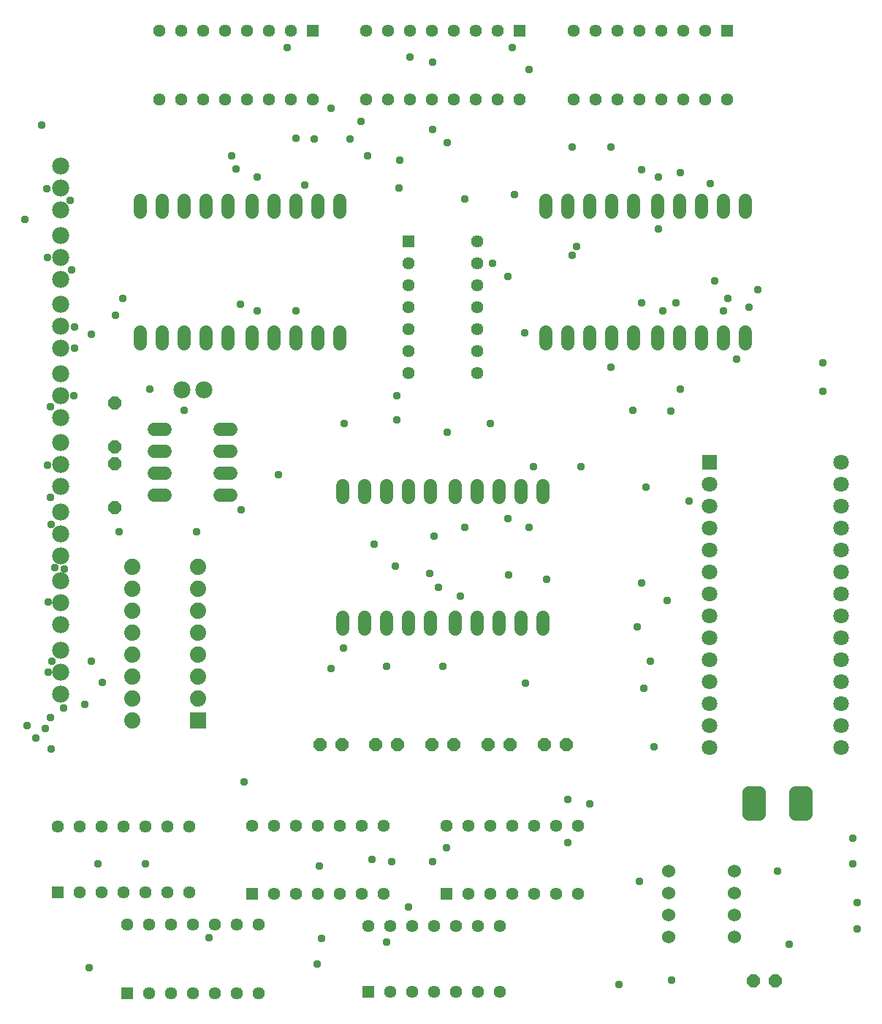
<source format=gbr>
G04 EAGLE Gerber RS-274X export*
G75*
%MOMM*%
%FSLAX34Y34*%
%LPD*%
%INSoldermask Bottom*%
%IPPOS*%
%AMOC8*
5,1,8,0,0,1.08239X$1,22.5*%
G01*
%ADD10R,1.441200X1.441200*%
%ADD11C,1.441200*%
%ADD12C,1.481325*%
%ADD13P,1.649562X8X292.500000*%
%ADD14P,1.649562X8X112.500000*%
%ADD15C,1.524000*%
%ADD16P,1.649562X8X22.500000*%
%ADD17C,1.981200*%
%ADD18C,1.524000*%
%ADD19C,1.803400*%
%ADD20R,1.803400X1.803400*%
%ADD21R,1.879600X1.879600*%
%ADD22C,1.879600*%
%ADD23C,0.959600*%


D10*
X278800Y160300D03*
D11*
X304200Y160300D03*
X329600Y160300D03*
X355000Y160300D03*
X380400Y160300D03*
X405800Y160300D03*
X431200Y160300D03*
X431200Y239700D03*
X405800Y239700D03*
X380400Y239700D03*
X355000Y239700D03*
X329600Y239700D03*
X304200Y239700D03*
X278800Y239700D03*
D10*
X133800Y45300D03*
D11*
X159200Y45300D03*
X184600Y45300D03*
X210000Y45300D03*
X235400Y45300D03*
X260800Y45300D03*
X286200Y45300D03*
X286200Y124700D03*
X260800Y124700D03*
X235400Y124700D03*
X210000Y124700D03*
X184600Y124700D03*
X159200Y124700D03*
X133800Y124700D03*
D12*
X920823Y253240D02*
X920823Y278560D01*
X920823Y253240D02*
X908203Y253240D01*
X908203Y278560D01*
X920823Y278560D01*
X920823Y267312D02*
X908203Y267312D01*
X866810Y278560D02*
X866810Y253240D01*
X854190Y253240D01*
X854190Y278560D01*
X866810Y278560D01*
X866810Y267312D02*
X854190Y267312D01*
D13*
X120000Y728400D03*
X120000Y677600D03*
D14*
X120000Y607800D03*
X120000Y658600D03*
D15*
X279200Y797196D02*
X279200Y810404D01*
X304600Y810404D02*
X304600Y797196D01*
X330000Y797196D02*
X330000Y810404D01*
X355400Y810404D02*
X355400Y797196D01*
X380800Y797196D02*
X380800Y810404D01*
X380800Y949596D02*
X380800Y962804D01*
X355400Y962804D02*
X355400Y949596D01*
X330000Y949596D02*
X330000Y962804D01*
X304600Y962804D02*
X304600Y949596D01*
X279200Y949596D02*
X279200Y962804D01*
X149200Y810404D02*
X149200Y797196D01*
X174600Y797196D02*
X174600Y810404D01*
X200000Y810404D02*
X200000Y797196D01*
X225400Y797196D02*
X225400Y810404D01*
X250800Y810404D02*
X250800Y797196D01*
X250800Y949596D02*
X250800Y962804D01*
X225400Y962804D02*
X225400Y949596D01*
X200000Y949596D02*
X200000Y962804D01*
X174600Y962804D02*
X174600Y949596D01*
X149200Y949596D02*
X149200Y962804D01*
X749200Y810404D02*
X749200Y797196D01*
X774600Y797196D02*
X774600Y810404D01*
X800000Y810404D02*
X800000Y797196D01*
X825400Y797196D02*
X825400Y810404D01*
X850800Y810404D02*
X850800Y797196D01*
X850800Y949596D02*
X850800Y962804D01*
X825400Y962804D02*
X825400Y949596D01*
X800000Y949596D02*
X800000Y962804D01*
X774600Y962804D02*
X774600Y949596D01*
X749200Y949596D02*
X749200Y962804D01*
X619200Y810404D02*
X619200Y797196D01*
X644600Y797196D02*
X644600Y810404D01*
X670000Y810404D02*
X670000Y797196D01*
X695400Y797196D02*
X695400Y810404D01*
X720800Y810404D02*
X720800Y797196D01*
X720800Y949596D02*
X720800Y962804D01*
X695400Y962804D02*
X695400Y949596D01*
X670000Y949596D02*
X670000Y962804D01*
X644600Y962804D02*
X644600Y949596D01*
X619200Y949596D02*
X619200Y962804D01*
X514200Y480404D02*
X514200Y467196D01*
X539600Y467196D02*
X539600Y480404D01*
X565000Y480404D02*
X565000Y467196D01*
X590400Y467196D02*
X590400Y480404D01*
X615800Y480404D02*
X615800Y467196D01*
X615800Y619596D02*
X615800Y632804D01*
X590400Y632804D02*
X590400Y619596D01*
X565000Y619596D02*
X565000Y632804D01*
X539600Y632804D02*
X539600Y619596D01*
X514200Y619596D02*
X514200Y632804D01*
X384200Y480404D02*
X384200Y467196D01*
X409600Y467196D02*
X409600Y480404D01*
X435000Y480404D02*
X435000Y467196D01*
X460400Y467196D02*
X460400Y480404D01*
X485800Y480404D02*
X485800Y467196D01*
X485800Y619596D02*
X485800Y632804D01*
X460400Y632804D02*
X460400Y619596D01*
X435000Y619596D02*
X435000Y632804D01*
X409600Y632804D02*
X409600Y619596D01*
X384200Y619596D02*
X384200Y632804D01*
D16*
X617300Y333000D03*
X642700Y333000D03*
X552300Y333000D03*
X577700Y333000D03*
X487300Y333000D03*
X512700Y333000D03*
X422300Y333000D03*
X447700Y333000D03*
X357300Y333000D03*
X382700Y333000D03*
X859400Y60000D03*
X884800Y60000D03*
D10*
X503800Y160300D03*
D11*
X529200Y160300D03*
X554600Y160300D03*
X580000Y160300D03*
X605400Y160300D03*
X630800Y160300D03*
X656200Y160300D03*
X656200Y239700D03*
X630800Y239700D03*
X605400Y239700D03*
X580000Y239700D03*
X554600Y239700D03*
X529200Y239700D03*
X503800Y239700D03*
D17*
X223300Y743600D03*
X197900Y743600D03*
X57300Y1002700D03*
X57300Y977300D03*
X57300Y951900D03*
X57300Y682700D03*
X57300Y657300D03*
X57300Y631900D03*
X57300Y842700D03*
X57300Y817300D03*
X57300Y791900D03*
X57300Y762700D03*
X57300Y737300D03*
X57300Y711900D03*
X57300Y922700D03*
X57300Y897300D03*
X57300Y871900D03*
X57300Y602700D03*
X57300Y577300D03*
X57300Y551900D03*
X57300Y522700D03*
X57300Y497300D03*
X57300Y471900D03*
X57300Y442700D03*
X57300Y417300D03*
X57300Y391900D03*
D18*
X838100Y110900D03*
X838100Y136300D03*
X761900Y136300D03*
X761900Y110900D03*
X838100Y161700D03*
X838100Y187100D03*
X761900Y161700D03*
X761900Y187100D03*
D10*
X348900Y1159700D03*
D11*
X323500Y1159700D03*
X298100Y1159700D03*
X272700Y1159700D03*
X247300Y1159700D03*
X221900Y1159700D03*
X196500Y1159700D03*
X171100Y1159700D03*
X171100Y1080300D03*
X196500Y1080300D03*
X221900Y1080300D03*
X247300Y1080300D03*
X272700Y1080300D03*
X298100Y1080300D03*
X323500Y1080300D03*
X348900Y1080300D03*
D10*
X588900Y1159700D03*
D11*
X563500Y1159700D03*
X538100Y1159700D03*
X512700Y1159700D03*
X487300Y1159700D03*
X461900Y1159700D03*
X436500Y1159700D03*
X411100Y1159700D03*
X411100Y1080300D03*
X436500Y1080300D03*
X461900Y1080300D03*
X487300Y1080300D03*
X512700Y1080300D03*
X538100Y1080300D03*
X563500Y1080300D03*
X588900Y1080300D03*
D10*
X828900Y1159700D03*
D11*
X803500Y1159700D03*
X778100Y1159700D03*
X752700Y1159700D03*
X727300Y1159700D03*
X701900Y1159700D03*
X676500Y1159700D03*
X651100Y1159700D03*
X651100Y1080300D03*
X676500Y1080300D03*
X701900Y1080300D03*
X727300Y1080300D03*
X752700Y1080300D03*
X778100Y1080300D03*
X803500Y1080300D03*
X828900Y1080300D03*
D19*
X961300Y431900D03*
X961300Y406500D03*
X961300Y381100D03*
X961300Y457300D03*
X961300Y482700D03*
X961300Y355700D03*
X961300Y508100D03*
X961300Y330300D03*
X961300Y533500D03*
X961300Y558900D03*
X961300Y584300D03*
X961300Y609700D03*
X961300Y635100D03*
X961300Y660500D03*
X808900Y431900D03*
D20*
X808900Y660500D03*
D19*
X808900Y635100D03*
X808900Y609700D03*
X808900Y584300D03*
X808900Y558900D03*
X808900Y533500D03*
X808900Y508100D03*
X808900Y482700D03*
X808900Y457300D03*
X808900Y406500D03*
X808900Y381100D03*
X808900Y355700D03*
X808900Y330300D03*
D21*
X215900Y361400D03*
D22*
X215900Y386800D03*
X215900Y412200D03*
X215900Y437600D03*
X215900Y463000D03*
X215900Y488400D03*
X215900Y513800D03*
X215900Y539200D03*
X139700Y539200D03*
X139700Y513800D03*
X139700Y488400D03*
X139700Y463000D03*
X139700Y437600D03*
X139700Y412200D03*
X139700Y386800D03*
X139700Y361400D03*
D15*
X165296Y698100D02*
X178504Y698100D01*
X178504Y672700D02*
X165296Y672700D01*
X241496Y672700D02*
X254704Y672700D01*
X254704Y698100D02*
X241496Y698100D01*
X178504Y647300D02*
X165296Y647300D01*
X165296Y621900D02*
X178504Y621900D01*
X241496Y647300D02*
X254704Y647300D01*
X254704Y621900D02*
X241496Y621900D01*
D10*
X460300Y916200D03*
D11*
X460300Y890800D03*
X460300Y865400D03*
X460300Y840000D03*
X460300Y814600D03*
X460300Y789200D03*
X460300Y763800D03*
X539700Y763800D03*
X539700Y789200D03*
X539700Y814600D03*
X539700Y840000D03*
X539700Y865400D03*
X539700Y890800D03*
X539700Y916200D03*
D10*
X53800Y161900D03*
D11*
X79200Y161900D03*
X104600Y161900D03*
X130000Y161900D03*
X155400Y161900D03*
X180800Y161900D03*
X206200Y161900D03*
X206200Y238100D03*
X180800Y238100D03*
X155400Y238100D03*
X130000Y238100D03*
X104600Y238100D03*
X79200Y238100D03*
X53800Y238100D03*
D10*
X413800Y46900D03*
D11*
X439200Y46900D03*
X464600Y46900D03*
X490000Y46900D03*
X515400Y46900D03*
X540800Y46900D03*
X566200Y46900D03*
X566200Y123100D03*
X540800Y123100D03*
X515400Y123100D03*
X490000Y123100D03*
X464600Y123100D03*
X439200Y123100D03*
X413800Y123100D03*
D23*
X980000Y120000D03*
X980000Y150000D03*
X370000Y421220D03*
X435000Y424220D03*
X500000Y424220D03*
X596000Y404220D03*
X449000Y978000D03*
X413000Y1015000D03*
X392000Y1034000D03*
X351000Y1034000D03*
X488000Y198154D03*
X504000Y214000D03*
X47000Y430000D03*
X50000Y538000D03*
X720000Y720000D03*
X46000Y328000D03*
X28000Y341000D03*
X42000Y897000D03*
X41000Y977000D03*
X73000Y817000D03*
X72000Y737000D03*
X42000Y657000D03*
X46000Y588000D03*
X43000Y498000D03*
X43000Y417000D03*
X105000Y405000D03*
X354000Y79000D03*
X386048Y704952D03*
X447000Y709000D03*
X447000Y737000D03*
X888000Y187000D03*
X488000Y1123000D03*
X462000Y1129000D03*
X488000Y1045000D03*
X505000Y1030000D03*
X155000Y195000D03*
X100000Y195000D03*
X90000Y75000D03*
X704000Y56000D03*
X576000Y530000D03*
X485000Y531000D03*
X229000Y110000D03*
X357000Y193000D03*
X418000Y200000D03*
X441000Y198000D03*
X160000Y745000D03*
X660000Y655000D03*
X266000Y605000D03*
X575000Y875000D03*
X18000Y355000D03*
X68000Y963000D03*
X39000Y352000D03*
X70000Y883000D03*
X270000Y290000D03*
X725000Y470000D03*
X330000Y1035000D03*
X582846Y970000D03*
X595000Y810000D03*
X730000Y520000D03*
X45000Y365000D03*
X35000Y1050000D03*
X45000Y619600D03*
X600000Y1115000D03*
X60548Y375548D03*
X16000Y941000D03*
X61548Y536896D03*
X405000Y1055000D03*
X450000Y1010000D03*
X525000Y965000D03*
X557154Y890000D03*
X760000Y500000D03*
X85000Y380000D03*
X121000Y830000D03*
X73000Y792000D03*
X309452Y645548D03*
X215000Y580000D03*
X125000Y580000D03*
X645000Y220000D03*
X645000Y270000D03*
X735000Y631170D03*
X695000Y1025000D03*
X650000Y1025000D03*
X92846Y808000D03*
X92846Y430000D03*
X670000Y265000D03*
X775000Y995000D03*
X785000Y615000D03*
X370000Y1070000D03*
X255000Y1015000D03*
X129000Y850000D03*
X45000Y724200D03*
X764000Y719000D03*
X580000Y1140000D03*
X320000Y1140000D03*
X340000Y981318D03*
X810000Y982846D03*
X575000Y595000D03*
X655000Y910000D03*
X740000Y430000D03*
X650000Y900000D03*
X620000Y525000D03*
X732846Y398415D03*
X420000Y565000D03*
X445000Y540000D03*
X744780Y331000D03*
X695000Y770000D03*
X605000Y655000D03*
X600000Y585000D03*
X285000Y835000D03*
X755000Y835000D03*
X520000Y505000D03*
X555000Y705000D03*
X775000Y745000D03*
X265000Y842846D03*
X730000Y845000D03*
X495000Y515000D03*
X505000Y695000D03*
X770000Y845000D03*
X825000Y835000D03*
X840548Y779452D03*
X285000Y990000D03*
X750000Y990692D03*
X525000Y585000D03*
X830000Y850000D03*
X855000Y840000D03*
X260000Y1000000D03*
X730000Y998538D03*
X490000Y575000D03*
X750000Y930000D03*
X815000Y870000D03*
X865000Y860000D03*
X940000Y775000D03*
X940000Y742000D03*
X200000Y720000D03*
X330000Y835000D03*
X385000Y445000D03*
X435000Y105000D03*
X359000Y109000D03*
X460000Y145000D03*
X901500Y101950D03*
X728000Y175000D03*
X765000Y61000D03*
X975000Y225000D03*
X975000Y195000D03*
M02*

</source>
